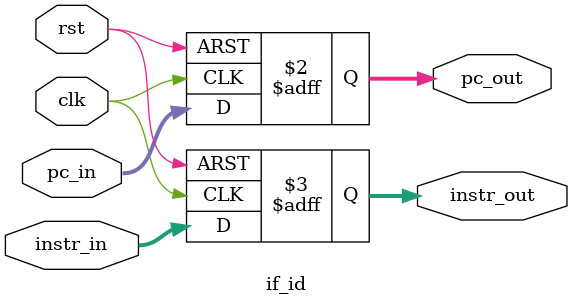
<source format=v>
module if_id (
    input         clk,
    input         rst,

    input  [31:0] pc_in,
    input  [31:0] instr_in,

    output reg [31:0] pc_out,
    output reg [31:0] instr_out
);

    always @(posedge clk or posedge rst) begin
        if (rst) begin
            pc_out    <= 32'b0;
            instr_out <= 32'b0;
        end else begin
            pc_out    <= pc_in;
            instr_out <= instr_in;
        end
    end

endmodule


</source>
